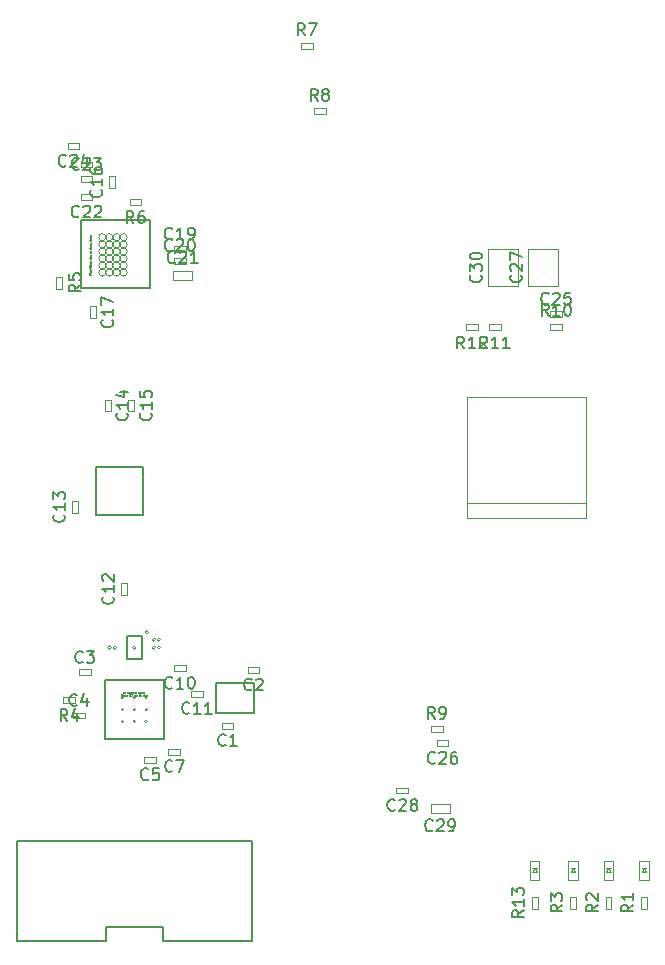
<source format=gbr>
G04 #@! TF.FileFunction,Other,Fab,Top*
%FSLAX46Y46*%
G04 Gerber Fmt 4.6, Leading zero omitted, Abs format (unit mm)*
G04 Created by KiCad (PCBNEW 4.0.6-e0-6349~53~ubuntu16.04.1) date Sat Jun 10 14:22:55 2017*
%MOMM*%
%LPD*%
G01*
G04 APERTURE LIST*
%ADD10C,0.100000*%
%ADD11C,0.010000*%
%ADD12C,0.200000*%
%ADD13C,0.150000*%
%ADD14C,0.015000*%
G04 APERTURE END LIST*
D10*
D11*
X139500000Y-127750000D02*
G75*
G03X139500000Y-127750000I-100000J0D01*
G01*
X140500000Y-127750000D02*
G75*
G03X140500000Y-127750000I-100000J0D01*
G01*
X141500000Y-127750000D02*
G75*
G03X141500000Y-127750000I-100000J0D01*
G01*
X141500000Y-129750000D02*
G75*
G03X141500000Y-129750000I-100000J0D01*
G01*
X140500000Y-129750000D02*
G75*
G03X140500000Y-129750000I-100000J0D01*
G01*
X139500000Y-129750000D02*
G75*
G03X139500000Y-129750000I-100000J0D01*
G01*
X139500000Y-128750000D02*
G75*
G03X139500000Y-128750000I-100000J0D01*
G01*
X140500000Y-128750000D02*
G75*
G03X140500000Y-128750000I-100000J0D01*
G01*
X141500000Y-128750000D02*
G75*
G03X141500000Y-128750000I-100000J0D01*
G01*
D12*
X142900000Y-131250000D02*
X137900000Y-131250000D01*
X137900000Y-131250000D02*
X137900000Y-126250000D01*
X137900000Y-126250000D02*
X142900000Y-126250000D01*
X142900000Y-126250000D02*
X142900000Y-131250000D01*
D10*
X139750000Y-119050000D02*
X139250000Y-119050000D01*
X139750000Y-118050000D02*
X139750000Y-119050000D01*
X139250000Y-118050000D02*
X139750000Y-118050000D01*
X139250000Y-119050000D02*
X139250000Y-118050000D01*
X148800000Y-129850000D02*
X148800000Y-130350000D01*
X147800000Y-129850000D02*
X148800000Y-129850000D01*
X147800000Y-130350000D02*
X147800000Y-129850000D01*
X148800000Y-130350000D02*
X147800000Y-130350000D01*
X151000000Y-125150000D02*
X151000000Y-125650000D01*
X150000000Y-125150000D02*
X151000000Y-125150000D01*
X150000000Y-125650000D02*
X150000000Y-125150000D01*
X151000000Y-125650000D02*
X150000000Y-125650000D01*
X135700000Y-125850000D02*
X135700000Y-125350000D01*
X136700000Y-125850000D02*
X135700000Y-125850000D01*
X136700000Y-125350000D02*
X136700000Y-125850000D01*
X135700000Y-125350000D02*
X136700000Y-125350000D01*
X135200000Y-129500000D02*
X135200000Y-129000000D01*
X136200000Y-129500000D02*
X135200000Y-129500000D01*
X136200000Y-129000000D02*
X136200000Y-129500000D01*
X135200000Y-129000000D02*
X136200000Y-129000000D01*
X142250000Y-132750000D02*
X142250000Y-133250000D01*
X141250000Y-132750000D02*
X142250000Y-132750000D01*
X141250000Y-133250000D02*
X141250000Y-132750000D01*
X142250000Y-133250000D02*
X141250000Y-133250000D01*
X144300000Y-132050000D02*
X144300000Y-132550000D01*
X143300000Y-132050000D02*
X144300000Y-132050000D01*
X143300000Y-132550000D02*
X143300000Y-132050000D01*
X144300000Y-132550000D02*
X143300000Y-132550000D01*
X144750000Y-125000000D02*
X144750000Y-125500000D01*
X143750000Y-125000000D02*
X144750000Y-125000000D01*
X143750000Y-125500000D02*
X143750000Y-125000000D01*
X144750000Y-125500000D02*
X143750000Y-125500000D01*
X146200000Y-127150000D02*
X146200000Y-127650000D01*
X145200000Y-127150000D02*
X146200000Y-127150000D01*
X145200000Y-127650000D02*
X145200000Y-127150000D01*
X146200000Y-127650000D02*
X145200000Y-127650000D01*
X135600000Y-112100000D02*
X135100000Y-112100000D01*
X135600000Y-111100000D02*
X135600000Y-112100000D01*
X135100000Y-111100000D02*
X135600000Y-111100000D01*
X135100000Y-112100000D02*
X135100000Y-111100000D01*
X137900000Y-102500000D02*
X138400000Y-102500000D01*
X137900000Y-103500000D02*
X137900000Y-102500000D01*
X138400000Y-103500000D02*
X137900000Y-103500000D01*
X138400000Y-102500000D02*
X138400000Y-103500000D01*
X139900000Y-102500000D02*
X140400000Y-102500000D01*
X139900000Y-103500000D02*
X139900000Y-102500000D01*
X140400000Y-103500000D02*
X139900000Y-103500000D01*
X140400000Y-102500000D02*
X140400000Y-103500000D01*
X138750000Y-84600000D02*
X138250000Y-84600000D01*
X138750000Y-83600000D02*
X138750000Y-84600000D01*
X138250000Y-83600000D02*
X138750000Y-83600000D01*
X138250000Y-84600000D02*
X138250000Y-83600000D01*
X136650000Y-94600000D02*
X137150000Y-94600000D01*
X136650000Y-95600000D02*
X136650000Y-94600000D01*
X137150000Y-95600000D02*
X136650000Y-95600000D01*
X137150000Y-94600000D02*
X137150000Y-95600000D01*
X143750000Y-90000000D02*
X143750000Y-89500000D01*
X144750000Y-90000000D02*
X143750000Y-90000000D01*
X144750000Y-89500000D02*
X144750000Y-90000000D01*
X143750000Y-89500000D02*
X144750000Y-89500000D01*
X143750000Y-91000000D02*
X143750000Y-90500000D01*
X144750000Y-91000000D02*
X143750000Y-91000000D01*
X144750000Y-90500000D02*
X144750000Y-91000000D01*
X143750000Y-90500000D02*
X144750000Y-90500000D01*
X136850000Y-85100000D02*
X136850000Y-85600000D01*
X135850000Y-85100000D02*
X136850000Y-85100000D01*
X135850000Y-85600000D02*
X135850000Y-85100000D01*
X136850000Y-85600000D02*
X135850000Y-85600000D01*
X135850000Y-84100000D02*
X135850000Y-83600000D01*
X136850000Y-84100000D02*
X135850000Y-84100000D01*
X136850000Y-83600000D02*
X136850000Y-84100000D01*
X135850000Y-83600000D02*
X136850000Y-83600000D01*
X135750000Y-80800000D02*
X135750000Y-81300000D01*
X134750000Y-80800000D02*
X135750000Y-80800000D01*
X134750000Y-81300000D02*
X134750000Y-80800000D01*
X135750000Y-81300000D02*
X134750000Y-81300000D01*
X175616726Y-95521568D02*
X175616726Y-95021568D01*
X176616726Y-95521568D02*
X175616726Y-95521568D01*
X176616726Y-95021568D02*
X176616726Y-95521568D01*
X175616726Y-95021568D02*
X176616726Y-95021568D01*
X167000000Y-131350000D02*
X167000000Y-131850000D01*
X166000000Y-131350000D02*
X167000000Y-131350000D01*
X166000000Y-131850000D02*
X166000000Y-131350000D01*
X167000000Y-131850000D02*
X166000000Y-131850000D01*
X163600000Y-135350000D02*
X163600000Y-135850000D01*
X162600000Y-135350000D02*
X163600000Y-135350000D01*
X162600000Y-135850000D02*
X162600000Y-135350000D01*
X163600000Y-135850000D02*
X162600000Y-135850000D01*
X183750000Y-142150000D02*
X183350000Y-142150000D01*
X183550000Y-142200000D02*
X183750000Y-142500000D01*
X183350000Y-142500000D02*
X183550000Y-142200000D01*
X183750000Y-142500000D02*
X183350000Y-142500000D01*
X183150000Y-143150000D02*
X183150000Y-141550000D01*
X183950000Y-143150000D02*
X183150000Y-143150000D01*
X183950000Y-141550000D02*
X183950000Y-143150000D01*
X183150000Y-141550000D02*
X183950000Y-141550000D01*
X180750000Y-142150000D02*
X180350000Y-142150000D01*
X180550000Y-142200000D02*
X180750000Y-142500000D01*
X180350000Y-142500000D02*
X180550000Y-142200000D01*
X180750000Y-142500000D02*
X180350000Y-142500000D01*
X180150000Y-143150000D02*
X180150000Y-141550000D01*
X180950000Y-143150000D02*
X180150000Y-143150000D01*
X180950000Y-141550000D02*
X180950000Y-143150000D01*
X180150000Y-141550000D02*
X180950000Y-141550000D01*
X177750000Y-142150000D02*
X177350000Y-142150000D01*
X177550000Y-142200000D02*
X177750000Y-142500000D01*
X177350000Y-142500000D02*
X177550000Y-142200000D01*
X177750000Y-142500000D02*
X177350000Y-142500000D01*
X177150000Y-143150000D02*
X177150000Y-141550000D01*
X177950000Y-143150000D02*
X177150000Y-143150000D01*
X177950000Y-141550000D02*
X177950000Y-143150000D01*
X177150000Y-141550000D02*
X177950000Y-141550000D01*
X135850000Y-82850000D02*
X135850000Y-82350000D01*
X136850000Y-82850000D02*
X135850000Y-82850000D01*
X136850000Y-82350000D02*
X136850000Y-82850000D01*
X135850000Y-82350000D02*
X136850000Y-82350000D01*
X183800000Y-145600000D02*
X183300000Y-145600000D01*
X183800000Y-144600000D02*
X183800000Y-145600000D01*
X183300000Y-144600000D02*
X183800000Y-144600000D01*
X183300000Y-145600000D02*
X183300000Y-144600000D01*
X180800000Y-145600000D02*
X180300000Y-145600000D01*
X180800000Y-144600000D02*
X180800000Y-145600000D01*
X180300000Y-144600000D02*
X180800000Y-144600000D01*
X180300000Y-145600000D02*
X180300000Y-144600000D01*
X177800000Y-145600000D02*
X177300000Y-145600000D01*
X177800000Y-144600000D02*
X177800000Y-145600000D01*
X177300000Y-144600000D02*
X177800000Y-144600000D01*
X177300000Y-145600000D02*
X177300000Y-144600000D01*
X135400000Y-127650000D02*
X135400000Y-128150000D01*
X134400000Y-127650000D02*
X135400000Y-127650000D01*
X134400000Y-128150000D02*
X134400000Y-127650000D01*
X135400000Y-128150000D02*
X134400000Y-128150000D01*
X133800000Y-92100000D02*
X134300000Y-92100000D01*
X133800000Y-93100000D02*
X133800000Y-92100000D01*
X134300000Y-93100000D02*
X133800000Y-93100000D01*
X134300000Y-92100000D02*
X134300000Y-93100000D01*
X141000000Y-85500000D02*
X141000000Y-86000000D01*
X140000000Y-85500000D02*
X141000000Y-85500000D01*
X140000000Y-86000000D02*
X140000000Y-85500000D01*
X141000000Y-86000000D02*
X140000000Y-86000000D01*
X154500000Y-72800000D02*
X154500000Y-72300000D01*
X155500000Y-72800000D02*
X154500000Y-72800000D01*
X155500000Y-72300000D02*
X155500000Y-72800000D01*
X154500000Y-72300000D02*
X155500000Y-72300000D01*
X155600000Y-78350000D02*
X155600000Y-77850000D01*
X156600000Y-78350000D02*
X155600000Y-78350000D01*
X156600000Y-77850000D02*
X156600000Y-78350000D01*
X155600000Y-77850000D02*
X156600000Y-77850000D01*
X165500000Y-130650000D02*
X165500000Y-130150000D01*
X166500000Y-130650000D02*
X165500000Y-130650000D01*
X166500000Y-130150000D02*
X166500000Y-130650000D01*
X165500000Y-130150000D02*
X166500000Y-130150000D01*
X175616726Y-96571568D02*
X175616726Y-96071568D01*
X176616726Y-96571568D02*
X175616726Y-96571568D01*
X176616726Y-96071568D02*
X176616726Y-96571568D01*
X175616726Y-96071568D02*
X176616726Y-96071568D01*
X171416726Y-96121568D02*
X171416726Y-96621568D01*
X170416726Y-96121568D02*
X171416726Y-96121568D01*
X170416726Y-96621568D02*
X170416726Y-96121568D01*
X171416726Y-96621568D02*
X170416726Y-96621568D01*
X169466726Y-96121568D02*
X169466726Y-96621568D01*
X168466726Y-96121568D02*
X169466726Y-96121568D01*
X168466726Y-96621568D02*
X168466726Y-96121568D01*
X169466726Y-96621568D02*
X168466726Y-96621568D01*
D11*
X141625000Y-122200000D02*
G75*
G03X141625000Y-122200000I-150000J0D01*
G01*
X138450000Y-123500000D02*
G75*
G03X138450000Y-123500000I-150000J0D01*
G01*
X138900000Y-123500000D02*
G75*
G03X138900000Y-123500000I-150000J0D01*
G01*
X142625000Y-122850000D02*
G75*
G03X142625000Y-122850000I-150000J0D01*
G01*
X142200000Y-122850000D02*
G75*
G03X142200000Y-122850000I-150000J0D01*
G01*
X142650000Y-123500000D02*
G75*
G03X142650000Y-123500000I-150000J0D01*
G01*
X142200000Y-123500000D02*
G75*
G03X142200000Y-123500000I-150000J0D01*
G01*
X140550000Y-123500000D02*
G75*
G03X140550000Y-123500000I-150000J0D01*
G01*
D12*
X139775000Y-124500000D02*
X139775000Y-122500000D01*
X139775000Y-122500000D02*
X141025000Y-122500000D01*
X141025000Y-122500000D02*
X141025000Y-124500000D01*
X141025000Y-124500000D02*
X139775000Y-124500000D01*
X137150000Y-112250000D02*
X137150000Y-108250000D01*
X137150000Y-108250000D02*
X141150000Y-108250000D01*
X141150000Y-108250000D02*
X141150000Y-112250000D01*
X141150000Y-112250000D02*
X137150000Y-112250000D01*
D11*
X138000000Y-91750000D02*
G75*
G03X138000000Y-91750000I-300000J0D01*
G01*
X138000000Y-91150000D02*
G75*
G03X138000000Y-91150000I-300000J0D01*
G01*
X138000000Y-90550000D02*
G75*
G03X138000000Y-90550000I-300000J0D01*
G01*
X138000000Y-89950000D02*
G75*
G03X138000000Y-89950000I-300000J0D01*
G01*
X138000000Y-89350000D02*
G75*
G03X138000000Y-89350000I-300000J0D01*
G01*
X138000000Y-88750000D02*
G75*
G03X138000000Y-88750000I-300000J0D01*
G01*
X139800000Y-91750000D02*
G75*
G03X139800000Y-91750000I-300000J0D01*
G01*
X139200000Y-91750000D02*
G75*
G03X139200000Y-91750000I-300000J0D01*
G01*
X138600000Y-91750000D02*
G75*
G03X138600000Y-91750000I-300000J0D01*
G01*
X138600000Y-91150000D02*
G75*
G03X138600000Y-91150000I-300000J0D01*
G01*
X139200000Y-91150000D02*
G75*
G03X139200000Y-91150000I-300000J0D01*
G01*
X139200000Y-89950000D02*
G75*
G03X139200000Y-89950000I-300000J0D01*
G01*
X138600000Y-89950000D02*
G75*
G03X138600000Y-89950000I-300000J0D01*
G01*
X139200000Y-90550000D02*
G75*
G03X139200000Y-90550000I-300000J0D01*
G01*
X139800000Y-90550000D02*
G75*
G03X139800000Y-90550000I-300000J0D01*
G01*
X139200000Y-89350000D02*
G75*
G03X139200000Y-89350000I-300000J0D01*
G01*
X138600000Y-89350000D02*
G75*
G03X138600000Y-89350000I-300000J0D01*
G01*
X138600000Y-90550000D02*
G75*
G03X138600000Y-90550000I-300000J0D01*
G01*
X139800000Y-91150000D02*
G75*
G03X139800000Y-91150000I-300000J0D01*
G01*
X138600000Y-88750000D02*
G75*
G03X138600000Y-88750000I-300000J0D01*
G01*
X139200000Y-88750000D02*
G75*
G03X139200000Y-88750000I-300000J0D01*
G01*
X139800000Y-89950000D02*
G75*
G03X139800000Y-89950000I-300000J0D01*
G01*
X139800000Y-89350000D02*
G75*
G03X139800000Y-89350000I-300000J0D01*
G01*
X139800000Y-88750000D02*
G75*
G03X139800000Y-88750000I-300000J0D01*
G01*
D13*
X141734500Y-87265500D02*
X141734500Y-93044000D01*
X141734500Y-93044000D02*
X141544000Y-93044000D01*
X141734500Y-87265500D02*
X135892500Y-87265500D01*
X135892500Y-87265500D02*
X135892500Y-93044000D01*
X135892500Y-93044000D02*
X141607500Y-93044000D01*
D10*
X168609726Y-111297568D02*
X168609726Y-112497568D01*
X168609726Y-112497568D02*
X178609726Y-112497568D01*
X178609726Y-112497568D02*
X178609726Y-111297568D01*
X178609726Y-102297568D02*
X168609726Y-102297568D01*
X168609726Y-102297568D02*
X168609726Y-111297568D01*
X168609726Y-111297568D02*
X178609726Y-111297568D01*
X178609726Y-111297568D02*
X178609726Y-102297568D01*
D12*
X150500000Y-129000000D02*
X150500000Y-126500000D01*
X150500000Y-126500000D02*
X147300000Y-126500000D01*
X147300000Y-126500000D02*
X147300000Y-129000000D01*
X147300000Y-129000000D02*
X150500000Y-129000000D01*
D13*
X130450000Y-139850000D02*
X150350000Y-139850000D01*
X150350000Y-139850000D02*
X150350000Y-148350000D01*
X150350000Y-148350000D02*
X142800000Y-148350000D01*
X142800000Y-148350000D02*
X142800000Y-147125000D01*
X142800000Y-147125000D02*
X138000000Y-147125000D01*
X138000000Y-147125000D02*
X138000000Y-148350000D01*
X137987000Y-148350000D02*
X130450000Y-148350000D01*
X130450000Y-148350000D02*
X130450000Y-139850000D01*
D10*
X143700000Y-92400000D02*
X143700000Y-91600000D01*
X145300000Y-92400000D02*
X143700000Y-92400000D01*
X145300000Y-91600000D02*
X145300000Y-92400000D01*
X143700000Y-91600000D02*
X145300000Y-91600000D01*
X176266726Y-92921568D02*
X173766726Y-92921568D01*
X176266726Y-89721568D02*
X176266726Y-92921568D01*
X173766726Y-89721568D02*
X176266726Y-89721568D01*
X173766726Y-92921568D02*
X173766726Y-89721568D01*
X167100000Y-136700000D02*
X167100000Y-137500000D01*
X165500000Y-136700000D02*
X167100000Y-136700000D01*
X165500000Y-137500000D02*
X165500000Y-136700000D01*
X167100000Y-137500000D02*
X165500000Y-137500000D01*
X172866726Y-92921568D02*
X170366726Y-92921568D01*
X172866726Y-89721568D02*
X172866726Y-92921568D01*
X170366726Y-89721568D02*
X172866726Y-89721568D01*
X170366726Y-92921568D02*
X170366726Y-89721568D01*
X174500000Y-142150000D02*
X174100000Y-142150000D01*
X174300000Y-142200000D02*
X174500000Y-142500000D01*
X174100000Y-142500000D02*
X174300000Y-142200000D01*
X174500000Y-142500000D02*
X174100000Y-142500000D01*
X173900000Y-143150000D02*
X173900000Y-141550000D01*
X174700000Y-143150000D02*
X173900000Y-143150000D01*
X174700000Y-141550000D02*
X174700000Y-143150000D01*
X173900000Y-141550000D02*
X174700000Y-141550000D01*
X174550000Y-145600000D02*
X174050000Y-145600000D01*
X174550000Y-144600000D02*
X174550000Y-145600000D01*
X174050000Y-144600000D02*
X174550000Y-144600000D01*
X174050000Y-145600000D02*
X174050000Y-144600000D01*
D14*
X139518452Y-127357452D02*
X139518452Y-127290929D01*
X139512404Y-127278833D01*
X139500309Y-127272786D01*
X139476118Y-127272786D01*
X139464023Y-127278833D01*
X139518452Y-127351405D02*
X139506356Y-127357452D01*
X139476118Y-127357452D01*
X139464023Y-127351405D01*
X139457975Y-127339310D01*
X139457975Y-127327214D01*
X139464023Y-127315119D01*
X139476118Y-127309071D01*
X139506356Y-127309071D01*
X139518452Y-127303024D01*
X139560785Y-127272786D02*
X139609166Y-127272786D01*
X139578928Y-127230452D02*
X139578928Y-127339310D01*
X139584976Y-127351405D01*
X139597071Y-127357452D01*
X139609166Y-127357452D01*
X139766404Y-127357452D02*
X139754309Y-127351405D01*
X139748261Y-127339310D01*
X139748261Y-127230452D01*
X139832928Y-127357452D02*
X139820833Y-127351405D01*
X139814785Y-127345357D01*
X139808737Y-127333262D01*
X139808737Y-127296976D01*
X139814785Y-127284881D01*
X139820833Y-127278833D01*
X139832928Y-127272786D01*
X139851071Y-127272786D01*
X139863166Y-127278833D01*
X139869214Y-127284881D01*
X139875261Y-127296976D01*
X139875261Y-127333262D01*
X139869214Y-127345357D01*
X139863166Y-127351405D01*
X139851071Y-127357452D01*
X139832928Y-127357452D01*
X139984119Y-127351405D02*
X139972023Y-127357452D01*
X139947833Y-127357452D01*
X139935738Y-127351405D01*
X139929690Y-127345357D01*
X139923642Y-127333262D01*
X139923642Y-127296976D01*
X139929690Y-127284881D01*
X139935738Y-127278833D01*
X139947833Y-127272786D01*
X139972023Y-127272786D01*
X139984119Y-127278833D01*
X140092976Y-127357452D02*
X140092976Y-127290929D01*
X140086928Y-127278833D01*
X140074833Y-127272786D01*
X140050642Y-127272786D01*
X140038547Y-127278833D01*
X140092976Y-127351405D02*
X140080880Y-127357452D01*
X140050642Y-127357452D01*
X140038547Y-127351405D01*
X140032499Y-127339310D01*
X140032499Y-127327214D01*
X140038547Y-127315119D01*
X140050642Y-127309071D01*
X140080880Y-127309071D01*
X140092976Y-127303024D01*
X140135309Y-127272786D02*
X140183690Y-127272786D01*
X140153452Y-127230452D02*
X140153452Y-127339310D01*
X140159500Y-127351405D01*
X140171595Y-127357452D01*
X140183690Y-127357452D01*
X140226023Y-127357452D02*
X140226023Y-127272786D01*
X140226023Y-127230452D02*
X140219975Y-127236500D01*
X140226023Y-127242548D01*
X140232071Y-127236500D01*
X140226023Y-127230452D01*
X140226023Y-127242548D01*
X140304642Y-127357452D02*
X140292547Y-127351405D01*
X140286499Y-127345357D01*
X140280451Y-127333262D01*
X140280451Y-127296976D01*
X140286499Y-127284881D01*
X140292547Y-127278833D01*
X140304642Y-127272786D01*
X140322785Y-127272786D01*
X140334880Y-127278833D01*
X140340928Y-127284881D01*
X140346975Y-127296976D01*
X140346975Y-127333262D01*
X140340928Y-127345357D01*
X140334880Y-127351405D01*
X140322785Y-127357452D01*
X140304642Y-127357452D01*
X140401404Y-127272786D02*
X140401404Y-127357452D01*
X140401404Y-127284881D02*
X140407452Y-127278833D01*
X140419547Y-127272786D01*
X140437690Y-127272786D01*
X140449785Y-127278833D01*
X140455833Y-127290929D01*
X140455833Y-127357452D01*
X140510261Y-127351405D02*
X140522357Y-127357452D01*
X140546547Y-127357452D01*
X140558642Y-127351405D01*
X140564690Y-127339310D01*
X140564690Y-127333262D01*
X140558642Y-127321167D01*
X140546547Y-127315119D01*
X140528404Y-127315119D01*
X140516309Y-127309071D01*
X140510261Y-127296976D01*
X140510261Y-127290929D01*
X140516309Y-127278833D01*
X140528404Y-127272786D01*
X140546547Y-127272786D01*
X140558642Y-127278833D01*
X140709833Y-127351405D02*
X140721929Y-127357452D01*
X140746119Y-127357452D01*
X140758214Y-127351405D01*
X140764262Y-127339310D01*
X140764262Y-127333262D01*
X140758214Y-127321167D01*
X140746119Y-127315119D01*
X140727976Y-127315119D01*
X140715881Y-127309071D01*
X140709833Y-127296976D01*
X140709833Y-127290929D01*
X140715881Y-127278833D01*
X140727976Y-127272786D01*
X140746119Y-127272786D01*
X140758214Y-127278833D01*
X140818691Y-127357452D02*
X140818691Y-127230452D01*
X140873120Y-127357452D02*
X140873120Y-127290929D01*
X140867072Y-127278833D01*
X140854977Y-127272786D01*
X140836834Y-127272786D01*
X140824739Y-127278833D01*
X140818691Y-127284881D01*
X140951739Y-127357452D02*
X140939644Y-127351405D01*
X140933596Y-127345357D01*
X140927548Y-127333262D01*
X140927548Y-127296976D01*
X140933596Y-127284881D01*
X140939644Y-127278833D01*
X140951739Y-127272786D01*
X140969882Y-127272786D01*
X140981977Y-127278833D01*
X140988025Y-127284881D01*
X140994072Y-127296976D01*
X140994072Y-127333262D01*
X140988025Y-127345357D01*
X140981977Y-127351405D01*
X140969882Y-127357452D01*
X140951739Y-127357452D01*
X141036406Y-127272786D02*
X141060596Y-127357452D01*
X141084787Y-127296976D01*
X141108977Y-127357452D01*
X141133168Y-127272786D01*
X141181549Y-127272786D02*
X141181549Y-127357452D01*
X141181549Y-127284881D02*
X141187597Y-127278833D01*
X141199692Y-127272786D01*
X141217835Y-127272786D01*
X141229930Y-127278833D01*
X141235978Y-127290929D01*
X141235978Y-127357452D01*
X139320500Y-127557452D02*
X139320500Y-127430452D01*
X139368881Y-127430452D01*
X139380976Y-127436500D01*
X139387024Y-127442548D01*
X139393072Y-127454643D01*
X139393072Y-127472786D01*
X139387024Y-127484881D01*
X139380976Y-127490929D01*
X139368881Y-127496976D01*
X139320500Y-127496976D01*
X139465643Y-127557452D02*
X139453548Y-127551405D01*
X139447500Y-127539310D01*
X139447500Y-127430452D01*
X139568453Y-127557452D02*
X139568453Y-127490929D01*
X139562405Y-127478833D01*
X139550310Y-127472786D01*
X139526119Y-127472786D01*
X139514024Y-127478833D01*
X139568453Y-127551405D02*
X139556357Y-127557452D01*
X139526119Y-127557452D01*
X139514024Y-127551405D01*
X139507976Y-127539310D01*
X139507976Y-127527214D01*
X139514024Y-127515119D01*
X139526119Y-127509071D01*
X139556357Y-127509071D01*
X139568453Y-127503024D01*
X139683358Y-127551405D02*
X139671262Y-127557452D01*
X139647072Y-127557452D01*
X139634977Y-127551405D01*
X139628929Y-127545357D01*
X139622881Y-127533262D01*
X139622881Y-127496976D01*
X139628929Y-127484881D01*
X139634977Y-127478833D01*
X139647072Y-127472786D01*
X139671262Y-127472786D01*
X139683358Y-127478833D01*
X139786167Y-127551405D02*
X139774072Y-127557452D01*
X139749881Y-127557452D01*
X139737786Y-127551405D01*
X139731738Y-127539310D01*
X139731738Y-127490929D01*
X139737786Y-127478833D01*
X139749881Y-127472786D01*
X139774072Y-127472786D01*
X139786167Y-127478833D01*
X139792215Y-127490929D01*
X139792215Y-127503024D01*
X139731738Y-127515119D01*
X139967596Y-127430452D02*
X139979691Y-127430452D01*
X139991786Y-127436500D01*
X139997834Y-127442548D01*
X140003881Y-127454643D01*
X140009929Y-127478833D01*
X140009929Y-127509071D01*
X140003881Y-127533262D01*
X139997834Y-127545357D01*
X139991786Y-127551405D01*
X139979691Y-127557452D01*
X139967596Y-127557452D01*
X139955500Y-127551405D01*
X139949453Y-127545357D01*
X139943405Y-127533262D01*
X139937357Y-127509071D01*
X139937357Y-127478833D01*
X139943405Y-127454643D01*
X139949453Y-127442548D01*
X139955500Y-127436500D01*
X139967596Y-127430452D01*
X140064357Y-127545357D02*
X140070405Y-127551405D01*
X140064357Y-127557452D01*
X140058309Y-127551405D01*
X140064357Y-127545357D01*
X140064357Y-127557452D01*
X140118785Y-127442548D02*
X140124833Y-127436500D01*
X140136928Y-127430452D01*
X140167166Y-127430452D01*
X140179262Y-127436500D01*
X140185309Y-127442548D01*
X140191357Y-127454643D01*
X140191357Y-127466738D01*
X140185309Y-127484881D01*
X140112738Y-127557452D01*
X140191357Y-127557452D01*
X140342547Y-127557452D02*
X140342547Y-127472786D01*
X140342547Y-127484881D02*
X140348595Y-127478833D01*
X140360690Y-127472786D01*
X140378833Y-127472786D01*
X140390928Y-127478833D01*
X140396976Y-127490929D01*
X140396976Y-127557452D01*
X140396976Y-127490929D02*
X140403023Y-127478833D01*
X140415119Y-127472786D01*
X140433261Y-127472786D01*
X140445357Y-127478833D01*
X140451404Y-127490929D01*
X140451404Y-127557452D01*
X140511880Y-127557452D02*
X140511880Y-127472786D01*
X140511880Y-127484881D02*
X140517928Y-127478833D01*
X140530023Y-127472786D01*
X140548166Y-127472786D01*
X140560261Y-127478833D01*
X140566309Y-127490929D01*
X140566309Y-127557452D01*
X140566309Y-127490929D02*
X140572356Y-127478833D01*
X140584452Y-127472786D01*
X140602594Y-127472786D01*
X140614690Y-127478833D01*
X140620737Y-127490929D01*
X140620737Y-127557452D01*
X140832404Y-127557452D02*
X140832404Y-127430452D01*
X140832404Y-127551405D02*
X140820308Y-127557452D01*
X140796118Y-127557452D01*
X140784023Y-127551405D01*
X140777975Y-127545357D01*
X140771927Y-127533262D01*
X140771927Y-127496976D01*
X140777975Y-127484881D01*
X140784023Y-127478833D01*
X140796118Y-127472786D01*
X140820308Y-127472786D01*
X140832404Y-127478833D01*
X140892880Y-127557452D02*
X140892880Y-127472786D01*
X140892880Y-127430452D02*
X140886832Y-127436500D01*
X140892880Y-127442548D01*
X140898928Y-127436500D01*
X140892880Y-127430452D01*
X140892880Y-127442548D01*
X141007785Y-127557452D02*
X141007785Y-127490929D01*
X141001737Y-127478833D01*
X140989642Y-127472786D01*
X140965451Y-127472786D01*
X140953356Y-127478833D01*
X141007785Y-127551405D02*
X140995689Y-127557452D01*
X140965451Y-127557452D01*
X140953356Y-127551405D01*
X140947308Y-127539310D01*
X140947308Y-127527214D01*
X140953356Y-127515119D01*
X140965451Y-127509071D01*
X140995689Y-127509071D01*
X141007785Y-127503024D01*
X141152928Y-127472786D02*
X141183166Y-127557452D01*
X141213404Y-127472786D01*
X141261785Y-127557452D02*
X141261785Y-127472786D01*
X141261785Y-127430452D02*
X141255737Y-127436500D01*
X141261785Y-127442548D01*
X141267833Y-127436500D01*
X141261785Y-127430452D01*
X141261785Y-127442548D01*
X141376690Y-127557452D02*
X141376690Y-127490929D01*
X141370642Y-127478833D01*
X141358547Y-127472786D01*
X141334356Y-127472786D01*
X141322261Y-127478833D01*
X141376690Y-127551405D02*
X141364594Y-127557452D01*
X141334356Y-127557452D01*
X141322261Y-127551405D01*
X141316213Y-127539310D01*
X141316213Y-127527214D01*
X141322261Y-127515119D01*
X141334356Y-127509071D01*
X141364594Y-127509071D01*
X141376690Y-127503024D01*
X141431118Y-127551405D02*
X141443214Y-127557452D01*
X141467404Y-127557452D01*
X141479499Y-127551405D01*
X141485547Y-127539310D01*
X141485547Y-127533262D01*
X141479499Y-127521167D01*
X141467404Y-127515119D01*
X141449261Y-127515119D01*
X141437166Y-127509071D01*
X141431118Y-127496976D01*
X141431118Y-127490929D01*
X141437166Y-127478833D01*
X141449261Y-127472786D01*
X141467404Y-127472786D01*
X141479499Y-127478833D01*
D13*
X138587143Y-119192857D02*
X138634762Y-119240476D01*
X138682381Y-119383333D01*
X138682381Y-119478571D01*
X138634762Y-119621429D01*
X138539524Y-119716667D01*
X138444286Y-119764286D01*
X138253810Y-119811905D01*
X138110952Y-119811905D01*
X137920476Y-119764286D01*
X137825238Y-119716667D01*
X137730000Y-119621429D01*
X137682381Y-119478571D01*
X137682381Y-119383333D01*
X137730000Y-119240476D01*
X137777619Y-119192857D01*
X138682381Y-118240476D02*
X138682381Y-118811905D01*
X138682381Y-118526191D02*
X137682381Y-118526191D01*
X137825238Y-118621429D01*
X137920476Y-118716667D01*
X137968095Y-118811905D01*
X137777619Y-117859524D02*
X137730000Y-117811905D01*
X137682381Y-117716667D01*
X137682381Y-117478571D01*
X137730000Y-117383333D01*
X137777619Y-117335714D01*
X137872857Y-117288095D01*
X137968095Y-117288095D01*
X138110952Y-117335714D01*
X138682381Y-117907143D01*
X138682381Y-117288095D01*
X148133334Y-131727143D02*
X148085715Y-131774762D01*
X147942858Y-131822381D01*
X147847620Y-131822381D01*
X147704762Y-131774762D01*
X147609524Y-131679524D01*
X147561905Y-131584286D01*
X147514286Y-131393810D01*
X147514286Y-131250952D01*
X147561905Y-131060476D01*
X147609524Y-130965238D01*
X147704762Y-130870000D01*
X147847620Y-130822381D01*
X147942858Y-130822381D01*
X148085715Y-130870000D01*
X148133334Y-130917619D01*
X149085715Y-131822381D02*
X148514286Y-131822381D01*
X148800000Y-131822381D02*
X148800000Y-130822381D01*
X148704762Y-130965238D01*
X148609524Y-131060476D01*
X148514286Y-131108095D01*
X150333334Y-127027143D02*
X150285715Y-127074762D01*
X150142858Y-127122381D01*
X150047620Y-127122381D01*
X149904762Y-127074762D01*
X149809524Y-126979524D01*
X149761905Y-126884286D01*
X149714286Y-126693810D01*
X149714286Y-126550952D01*
X149761905Y-126360476D01*
X149809524Y-126265238D01*
X149904762Y-126170000D01*
X150047620Y-126122381D01*
X150142858Y-126122381D01*
X150285715Y-126170000D01*
X150333334Y-126217619D01*
X150714286Y-126217619D02*
X150761905Y-126170000D01*
X150857143Y-126122381D01*
X151095239Y-126122381D01*
X151190477Y-126170000D01*
X151238096Y-126217619D01*
X151285715Y-126312857D01*
X151285715Y-126408095D01*
X151238096Y-126550952D01*
X150666667Y-127122381D01*
X151285715Y-127122381D01*
X136033334Y-124687143D02*
X135985715Y-124734762D01*
X135842858Y-124782381D01*
X135747620Y-124782381D01*
X135604762Y-124734762D01*
X135509524Y-124639524D01*
X135461905Y-124544286D01*
X135414286Y-124353810D01*
X135414286Y-124210952D01*
X135461905Y-124020476D01*
X135509524Y-123925238D01*
X135604762Y-123830000D01*
X135747620Y-123782381D01*
X135842858Y-123782381D01*
X135985715Y-123830000D01*
X136033334Y-123877619D01*
X136366667Y-123782381D02*
X136985715Y-123782381D01*
X136652381Y-124163333D01*
X136795239Y-124163333D01*
X136890477Y-124210952D01*
X136938096Y-124258571D01*
X136985715Y-124353810D01*
X136985715Y-124591905D01*
X136938096Y-124687143D01*
X136890477Y-124734762D01*
X136795239Y-124782381D01*
X136509524Y-124782381D01*
X136414286Y-124734762D01*
X136366667Y-124687143D01*
X135533334Y-128337143D02*
X135485715Y-128384762D01*
X135342858Y-128432381D01*
X135247620Y-128432381D01*
X135104762Y-128384762D01*
X135009524Y-128289524D01*
X134961905Y-128194286D01*
X134914286Y-128003810D01*
X134914286Y-127860952D01*
X134961905Y-127670476D01*
X135009524Y-127575238D01*
X135104762Y-127480000D01*
X135247620Y-127432381D01*
X135342858Y-127432381D01*
X135485715Y-127480000D01*
X135533334Y-127527619D01*
X136390477Y-127765714D02*
X136390477Y-128432381D01*
X136152381Y-127384762D02*
X135914286Y-128099048D01*
X136533334Y-128099048D01*
X141583334Y-134627143D02*
X141535715Y-134674762D01*
X141392858Y-134722381D01*
X141297620Y-134722381D01*
X141154762Y-134674762D01*
X141059524Y-134579524D01*
X141011905Y-134484286D01*
X140964286Y-134293810D01*
X140964286Y-134150952D01*
X141011905Y-133960476D01*
X141059524Y-133865238D01*
X141154762Y-133770000D01*
X141297620Y-133722381D01*
X141392858Y-133722381D01*
X141535715Y-133770000D01*
X141583334Y-133817619D01*
X142488096Y-133722381D02*
X142011905Y-133722381D01*
X141964286Y-134198571D01*
X142011905Y-134150952D01*
X142107143Y-134103333D01*
X142345239Y-134103333D01*
X142440477Y-134150952D01*
X142488096Y-134198571D01*
X142535715Y-134293810D01*
X142535715Y-134531905D01*
X142488096Y-134627143D01*
X142440477Y-134674762D01*
X142345239Y-134722381D01*
X142107143Y-134722381D01*
X142011905Y-134674762D01*
X141964286Y-134627143D01*
X143633334Y-133927143D02*
X143585715Y-133974762D01*
X143442858Y-134022381D01*
X143347620Y-134022381D01*
X143204762Y-133974762D01*
X143109524Y-133879524D01*
X143061905Y-133784286D01*
X143014286Y-133593810D01*
X143014286Y-133450952D01*
X143061905Y-133260476D01*
X143109524Y-133165238D01*
X143204762Y-133070000D01*
X143347620Y-133022381D01*
X143442858Y-133022381D01*
X143585715Y-133070000D01*
X143633334Y-133117619D01*
X143966667Y-133022381D02*
X144633334Y-133022381D01*
X144204762Y-134022381D01*
X143607143Y-126877143D02*
X143559524Y-126924762D01*
X143416667Y-126972381D01*
X143321429Y-126972381D01*
X143178571Y-126924762D01*
X143083333Y-126829524D01*
X143035714Y-126734286D01*
X142988095Y-126543810D01*
X142988095Y-126400952D01*
X143035714Y-126210476D01*
X143083333Y-126115238D01*
X143178571Y-126020000D01*
X143321429Y-125972381D01*
X143416667Y-125972381D01*
X143559524Y-126020000D01*
X143607143Y-126067619D01*
X144559524Y-126972381D02*
X143988095Y-126972381D01*
X144273809Y-126972381D02*
X144273809Y-125972381D01*
X144178571Y-126115238D01*
X144083333Y-126210476D01*
X143988095Y-126258095D01*
X145178571Y-125972381D02*
X145273810Y-125972381D01*
X145369048Y-126020000D01*
X145416667Y-126067619D01*
X145464286Y-126162857D01*
X145511905Y-126353333D01*
X145511905Y-126591429D01*
X145464286Y-126781905D01*
X145416667Y-126877143D01*
X145369048Y-126924762D01*
X145273810Y-126972381D01*
X145178571Y-126972381D01*
X145083333Y-126924762D01*
X145035714Y-126877143D01*
X144988095Y-126781905D01*
X144940476Y-126591429D01*
X144940476Y-126353333D01*
X144988095Y-126162857D01*
X145035714Y-126067619D01*
X145083333Y-126020000D01*
X145178571Y-125972381D01*
X145057143Y-129027143D02*
X145009524Y-129074762D01*
X144866667Y-129122381D01*
X144771429Y-129122381D01*
X144628571Y-129074762D01*
X144533333Y-128979524D01*
X144485714Y-128884286D01*
X144438095Y-128693810D01*
X144438095Y-128550952D01*
X144485714Y-128360476D01*
X144533333Y-128265238D01*
X144628571Y-128170000D01*
X144771429Y-128122381D01*
X144866667Y-128122381D01*
X145009524Y-128170000D01*
X145057143Y-128217619D01*
X146009524Y-129122381D02*
X145438095Y-129122381D01*
X145723809Y-129122381D02*
X145723809Y-128122381D01*
X145628571Y-128265238D01*
X145533333Y-128360476D01*
X145438095Y-128408095D01*
X146961905Y-129122381D02*
X146390476Y-129122381D01*
X146676190Y-129122381D02*
X146676190Y-128122381D01*
X146580952Y-128265238D01*
X146485714Y-128360476D01*
X146390476Y-128408095D01*
X134437143Y-112242857D02*
X134484762Y-112290476D01*
X134532381Y-112433333D01*
X134532381Y-112528571D01*
X134484762Y-112671429D01*
X134389524Y-112766667D01*
X134294286Y-112814286D01*
X134103810Y-112861905D01*
X133960952Y-112861905D01*
X133770476Y-112814286D01*
X133675238Y-112766667D01*
X133580000Y-112671429D01*
X133532381Y-112528571D01*
X133532381Y-112433333D01*
X133580000Y-112290476D01*
X133627619Y-112242857D01*
X134532381Y-111290476D02*
X134532381Y-111861905D01*
X134532381Y-111576191D02*
X133532381Y-111576191D01*
X133675238Y-111671429D01*
X133770476Y-111766667D01*
X133818095Y-111861905D01*
X133532381Y-110957143D02*
X133532381Y-110338095D01*
X133913333Y-110671429D01*
X133913333Y-110528571D01*
X133960952Y-110433333D01*
X134008571Y-110385714D01*
X134103810Y-110338095D01*
X134341905Y-110338095D01*
X134437143Y-110385714D01*
X134484762Y-110433333D01*
X134532381Y-110528571D01*
X134532381Y-110814286D01*
X134484762Y-110909524D01*
X134437143Y-110957143D01*
X139777143Y-103642857D02*
X139824762Y-103690476D01*
X139872381Y-103833333D01*
X139872381Y-103928571D01*
X139824762Y-104071429D01*
X139729524Y-104166667D01*
X139634286Y-104214286D01*
X139443810Y-104261905D01*
X139300952Y-104261905D01*
X139110476Y-104214286D01*
X139015238Y-104166667D01*
X138920000Y-104071429D01*
X138872381Y-103928571D01*
X138872381Y-103833333D01*
X138920000Y-103690476D01*
X138967619Y-103642857D01*
X139872381Y-102690476D02*
X139872381Y-103261905D01*
X139872381Y-102976191D02*
X138872381Y-102976191D01*
X139015238Y-103071429D01*
X139110476Y-103166667D01*
X139158095Y-103261905D01*
X139205714Y-101833333D02*
X139872381Y-101833333D01*
X138824762Y-102071429D02*
X139539048Y-102309524D01*
X139539048Y-101690476D01*
X141777143Y-103642857D02*
X141824762Y-103690476D01*
X141872381Y-103833333D01*
X141872381Y-103928571D01*
X141824762Y-104071429D01*
X141729524Y-104166667D01*
X141634286Y-104214286D01*
X141443810Y-104261905D01*
X141300952Y-104261905D01*
X141110476Y-104214286D01*
X141015238Y-104166667D01*
X140920000Y-104071429D01*
X140872381Y-103928571D01*
X140872381Y-103833333D01*
X140920000Y-103690476D01*
X140967619Y-103642857D01*
X141872381Y-102690476D02*
X141872381Y-103261905D01*
X141872381Y-102976191D02*
X140872381Y-102976191D01*
X141015238Y-103071429D01*
X141110476Y-103166667D01*
X141158095Y-103261905D01*
X140872381Y-101785714D02*
X140872381Y-102261905D01*
X141348571Y-102309524D01*
X141300952Y-102261905D01*
X141253333Y-102166667D01*
X141253333Y-101928571D01*
X141300952Y-101833333D01*
X141348571Y-101785714D01*
X141443810Y-101738095D01*
X141681905Y-101738095D01*
X141777143Y-101785714D01*
X141824762Y-101833333D01*
X141872381Y-101928571D01*
X141872381Y-102166667D01*
X141824762Y-102261905D01*
X141777143Y-102309524D01*
X137587143Y-84742857D02*
X137634762Y-84790476D01*
X137682381Y-84933333D01*
X137682381Y-85028571D01*
X137634762Y-85171429D01*
X137539524Y-85266667D01*
X137444286Y-85314286D01*
X137253810Y-85361905D01*
X137110952Y-85361905D01*
X136920476Y-85314286D01*
X136825238Y-85266667D01*
X136730000Y-85171429D01*
X136682381Y-85028571D01*
X136682381Y-84933333D01*
X136730000Y-84790476D01*
X136777619Y-84742857D01*
X137682381Y-83790476D02*
X137682381Y-84361905D01*
X137682381Y-84076191D02*
X136682381Y-84076191D01*
X136825238Y-84171429D01*
X136920476Y-84266667D01*
X136968095Y-84361905D01*
X136682381Y-82933333D02*
X136682381Y-83123810D01*
X136730000Y-83219048D01*
X136777619Y-83266667D01*
X136920476Y-83361905D01*
X137110952Y-83409524D01*
X137491905Y-83409524D01*
X137587143Y-83361905D01*
X137634762Y-83314286D01*
X137682381Y-83219048D01*
X137682381Y-83028571D01*
X137634762Y-82933333D01*
X137587143Y-82885714D01*
X137491905Y-82838095D01*
X137253810Y-82838095D01*
X137158571Y-82885714D01*
X137110952Y-82933333D01*
X137063333Y-83028571D01*
X137063333Y-83219048D01*
X137110952Y-83314286D01*
X137158571Y-83361905D01*
X137253810Y-83409524D01*
X138527143Y-95742857D02*
X138574762Y-95790476D01*
X138622381Y-95933333D01*
X138622381Y-96028571D01*
X138574762Y-96171429D01*
X138479524Y-96266667D01*
X138384286Y-96314286D01*
X138193810Y-96361905D01*
X138050952Y-96361905D01*
X137860476Y-96314286D01*
X137765238Y-96266667D01*
X137670000Y-96171429D01*
X137622381Y-96028571D01*
X137622381Y-95933333D01*
X137670000Y-95790476D01*
X137717619Y-95742857D01*
X138622381Y-94790476D02*
X138622381Y-95361905D01*
X138622381Y-95076191D02*
X137622381Y-95076191D01*
X137765238Y-95171429D01*
X137860476Y-95266667D01*
X137908095Y-95361905D01*
X137622381Y-94457143D02*
X137622381Y-93790476D01*
X138622381Y-94219048D01*
X143607143Y-88837143D02*
X143559524Y-88884762D01*
X143416667Y-88932381D01*
X143321429Y-88932381D01*
X143178571Y-88884762D01*
X143083333Y-88789524D01*
X143035714Y-88694286D01*
X142988095Y-88503810D01*
X142988095Y-88360952D01*
X143035714Y-88170476D01*
X143083333Y-88075238D01*
X143178571Y-87980000D01*
X143321429Y-87932381D01*
X143416667Y-87932381D01*
X143559524Y-87980000D01*
X143607143Y-88027619D01*
X144559524Y-88932381D02*
X143988095Y-88932381D01*
X144273809Y-88932381D02*
X144273809Y-87932381D01*
X144178571Y-88075238D01*
X144083333Y-88170476D01*
X143988095Y-88218095D01*
X145035714Y-88932381D02*
X145226190Y-88932381D01*
X145321429Y-88884762D01*
X145369048Y-88837143D01*
X145464286Y-88694286D01*
X145511905Y-88503810D01*
X145511905Y-88122857D01*
X145464286Y-88027619D01*
X145416667Y-87980000D01*
X145321429Y-87932381D01*
X145130952Y-87932381D01*
X145035714Y-87980000D01*
X144988095Y-88027619D01*
X144940476Y-88122857D01*
X144940476Y-88360952D01*
X144988095Y-88456190D01*
X145035714Y-88503810D01*
X145130952Y-88551429D01*
X145321429Y-88551429D01*
X145416667Y-88503810D01*
X145464286Y-88456190D01*
X145511905Y-88360952D01*
X143607143Y-89837143D02*
X143559524Y-89884762D01*
X143416667Y-89932381D01*
X143321429Y-89932381D01*
X143178571Y-89884762D01*
X143083333Y-89789524D01*
X143035714Y-89694286D01*
X142988095Y-89503810D01*
X142988095Y-89360952D01*
X143035714Y-89170476D01*
X143083333Y-89075238D01*
X143178571Y-88980000D01*
X143321429Y-88932381D01*
X143416667Y-88932381D01*
X143559524Y-88980000D01*
X143607143Y-89027619D01*
X143988095Y-89027619D02*
X144035714Y-88980000D01*
X144130952Y-88932381D01*
X144369048Y-88932381D01*
X144464286Y-88980000D01*
X144511905Y-89027619D01*
X144559524Y-89122857D01*
X144559524Y-89218095D01*
X144511905Y-89360952D01*
X143940476Y-89932381D01*
X144559524Y-89932381D01*
X145178571Y-88932381D02*
X145273810Y-88932381D01*
X145369048Y-88980000D01*
X145416667Y-89027619D01*
X145464286Y-89122857D01*
X145511905Y-89313333D01*
X145511905Y-89551429D01*
X145464286Y-89741905D01*
X145416667Y-89837143D01*
X145369048Y-89884762D01*
X145273810Y-89932381D01*
X145178571Y-89932381D01*
X145083333Y-89884762D01*
X145035714Y-89837143D01*
X144988095Y-89741905D01*
X144940476Y-89551429D01*
X144940476Y-89313333D01*
X144988095Y-89122857D01*
X145035714Y-89027619D01*
X145083333Y-88980000D01*
X145178571Y-88932381D01*
X135707143Y-86977143D02*
X135659524Y-87024762D01*
X135516667Y-87072381D01*
X135421429Y-87072381D01*
X135278571Y-87024762D01*
X135183333Y-86929524D01*
X135135714Y-86834286D01*
X135088095Y-86643810D01*
X135088095Y-86500952D01*
X135135714Y-86310476D01*
X135183333Y-86215238D01*
X135278571Y-86120000D01*
X135421429Y-86072381D01*
X135516667Y-86072381D01*
X135659524Y-86120000D01*
X135707143Y-86167619D01*
X136088095Y-86167619D02*
X136135714Y-86120000D01*
X136230952Y-86072381D01*
X136469048Y-86072381D01*
X136564286Y-86120000D01*
X136611905Y-86167619D01*
X136659524Y-86262857D01*
X136659524Y-86358095D01*
X136611905Y-86500952D01*
X136040476Y-87072381D01*
X136659524Y-87072381D01*
X137040476Y-86167619D02*
X137088095Y-86120000D01*
X137183333Y-86072381D01*
X137421429Y-86072381D01*
X137516667Y-86120000D01*
X137564286Y-86167619D01*
X137611905Y-86262857D01*
X137611905Y-86358095D01*
X137564286Y-86500952D01*
X136992857Y-87072381D01*
X137611905Y-87072381D01*
X135707143Y-82937143D02*
X135659524Y-82984762D01*
X135516667Y-83032381D01*
X135421429Y-83032381D01*
X135278571Y-82984762D01*
X135183333Y-82889524D01*
X135135714Y-82794286D01*
X135088095Y-82603810D01*
X135088095Y-82460952D01*
X135135714Y-82270476D01*
X135183333Y-82175238D01*
X135278571Y-82080000D01*
X135421429Y-82032381D01*
X135516667Y-82032381D01*
X135659524Y-82080000D01*
X135707143Y-82127619D01*
X136088095Y-82127619D02*
X136135714Y-82080000D01*
X136230952Y-82032381D01*
X136469048Y-82032381D01*
X136564286Y-82080000D01*
X136611905Y-82127619D01*
X136659524Y-82222857D01*
X136659524Y-82318095D01*
X136611905Y-82460952D01*
X136040476Y-83032381D01*
X136659524Y-83032381D01*
X136992857Y-82032381D02*
X137611905Y-82032381D01*
X137278571Y-82413333D01*
X137421429Y-82413333D01*
X137516667Y-82460952D01*
X137564286Y-82508571D01*
X137611905Y-82603810D01*
X137611905Y-82841905D01*
X137564286Y-82937143D01*
X137516667Y-82984762D01*
X137421429Y-83032381D01*
X137135714Y-83032381D01*
X137040476Y-82984762D01*
X136992857Y-82937143D01*
X134607143Y-82677143D02*
X134559524Y-82724762D01*
X134416667Y-82772381D01*
X134321429Y-82772381D01*
X134178571Y-82724762D01*
X134083333Y-82629524D01*
X134035714Y-82534286D01*
X133988095Y-82343810D01*
X133988095Y-82200952D01*
X134035714Y-82010476D01*
X134083333Y-81915238D01*
X134178571Y-81820000D01*
X134321429Y-81772381D01*
X134416667Y-81772381D01*
X134559524Y-81820000D01*
X134607143Y-81867619D01*
X134988095Y-81867619D02*
X135035714Y-81820000D01*
X135130952Y-81772381D01*
X135369048Y-81772381D01*
X135464286Y-81820000D01*
X135511905Y-81867619D01*
X135559524Y-81962857D01*
X135559524Y-82058095D01*
X135511905Y-82200952D01*
X134940476Y-82772381D01*
X135559524Y-82772381D01*
X136416667Y-82105714D02*
X136416667Y-82772381D01*
X136178571Y-81724762D02*
X135940476Y-82439048D01*
X136559524Y-82439048D01*
X175473869Y-94358711D02*
X175426250Y-94406330D01*
X175283393Y-94453949D01*
X175188155Y-94453949D01*
X175045297Y-94406330D01*
X174950059Y-94311092D01*
X174902440Y-94215854D01*
X174854821Y-94025378D01*
X174854821Y-93882520D01*
X174902440Y-93692044D01*
X174950059Y-93596806D01*
X175045297Y-93501568D01*
X175188155Y-93453949D01*
X175283393Y-93453949D01*
X175426250Y-93501568D01*
X175473869Y-93549187D01*
X175854821Y-93549187D02*
X175902440Y-93501568D01*
X175997678Y-93453949D01*
X176235774Y-93453949D01*
X176331012Y-93501568D01*
X176378631Y-93549187D01*
X176426250Y-93644425D01*
X176426250Y-93739663D01*
X176378631Y-93882520D01*
X175807202Y-94453949D01*
X176426250Y-94453949D01*
X177331012Y-93453949D02*
X176854821Y-93453949D01*
X176807202Y-93930139D01*
X176854821Y-93882520D01*
X176950059Y-93834901D01*
X177188155Y-93834901D01*
X177283393Y-93882520D01*
X177331012Y-93930139D01*
X177378631Y-94025378D01*
X177378631Y-94263473D01*
X177331012Y-94358711D01*
X177283393Y-94406330D01*
X177188155Y-94453949D01*
X176950059Y-94453949D01*
X176854821Y-94406330D01*
X176807202Y-94358711D01*
X165857143Y-133227143D02*
X165809524Y-133274762D01*
X165666667Y-133322381D01*
X165571429Y-133322381D01*
X165428571Y-133274762D01*
X165333333Y-133179524D01*
X165285714Y-133084286D01*
X165238095Y-132893810D01*
X165238095Y-132750952D01*
X165285714Y-132560476D01*
X165333333Y-132465238D01*
X165428571Y-132370000D01*
X165571429Y-132322381D01*
X165666667Y-132322381D01*
X165809524Y-132370000D01*
X165857143Y-132417619D01*
X166238095Y-132417619D02*
X166285714Y-132370000D01*
X166380952Y-132322381D01*
X166619048Y-132322381D01*
X166714286Y-132370000D01*
X166761905Y-132417619D01*
X166809524Y-132512857D01*
X166809524Y-132608095D01*
X166761905Y-132750952D01*
X166190476Y-133322381D01*
X166809524Y-133322381D01*
X167666667Y-132322381D02*
X167476190Y-132322381D01*
X167380952Y-132370000D01*
X167333333Y-132417619D01*
X167238095Y-132560476D01*
X167190476Y-132750952D01*
X167190476Y-133131905D01*
X167238095Y-133227143D01*
X167285714Y-133274762D01*
X167380952Y-133322381D01*
X167571429Y-133322381D01*
X167666667Y-133274762D01*
X167714286Y-133227143D01*
X167761905Y-133131905D01*
X167761905Y-132893810D01*
X167714286Y-132798571D01*
X167666667Y-132750952D01*
X167571429Y-132703333D01*
X167380952Y-132703333D01*
X167285714Y-132750952D01*
X167238095Y-132798571D01*
X167190476Y-132893810D01*
X162457143Y-137227143D02*
X162409524Y-137274762D01*
X162266667Y-137322381D01*
X162171429Y-137322381D01*
X162028571Y-137274762D01*
X161933333Y-137179524D01*
X161885714Y-137084286D01*
X161838095Y-136893810D01*
X161838095Y-136750952D01*
X161885714Y-136560476D01*
X161933333Y-136465238D01*
X162028571Y-136370000D01*
X162171429Y-136322381D01*
X162266667Y-136322381D01*
X162409524Y-136370000D01*
X162457143Y-136417619D01*
X162838095Y-136417619D02*
X162885714Y-136370000D01*
X162980952Y-136322381D01*
X163219048Y-136322381D01*
X163314286Y-136370000D01*
X163361905Y-136417619D01*
X163409524Y-136512857D01*
X163409524Y-136608095D01*
X163361905Y-136750952D01*
X162790476Y-137322381D01*
X163409524Y-137322381D01*
X163980952Y-136750952D02*
X163885714Y-136703333D01*
X163838095Y-136655714D01*
X163790476Y-136560476D01*
X163790476Y-136512857D01*
X163838095Y-136417619D01*
X163885714Y-136370000D01*
X163980952Y-136322381D01*
X164171429Y-136322381D01*
X164266667Y-136370000D01*
X164314286Y-136417619D01*
X164361905Y-136512857D01*
X164361905Y-136560476D01*
X164314286Y-136655714D01*
X164266667Y-136703333D01*
X164171429Y-136750952D01*
X163980952Y-136750952D01*
X163885714Y-136798571D01*
X163838095Y-136846190D01*
X163790476Y-136941429D01*
X163790476Y-137131905D01*
X163838095Y-137227143D01*
X163885714Y-137274762D01*
X163980952Y-137322381D01*
X164171429Y-137322381D01*
X164266667Y-137274762D01*
X164314286Y-137227143D01*
X164361905Y-137131905D01*
X164361905Y-136941429D01*
X164314286Y-136846190D01*
X164266667Y-136798571D01*
X164171429Y-136750952D01*
X182652381Y-145266666D02*
X182176190Y-145600000D01*
X182652381Y-145838095D02*
X181652381Y-145838095D01*
X181652381Y-145457142D01*
X181700000Y-145361904D01*
X181747619Y-145314285D01*
X181842857Y-145266666D01*
X181985714Y-145266666D01*
X182080952Y-145314285D01*
X182128571Y-145361904D01*
X182176190Y-145457142D01*
X182176190Y-145838095D01*
X182652381Y-144314285D02*
X182652381Y-144885714D01*
X182652381Y-144600000D02*
X181652381Y-144600000D01*
X181795238Y-144695238D01*
X181890476Y-144790476D01*
X181938095Y-144885714D01*
X179652381Y-145266666D02*
X179176190Y-145600000D01*
X179652381Y-145838095D02*
X178652381Y-145838095D01*
X178652381Y-145457142D01*
X178700000Y-145361904D01*
X178747619Y-145314285D01*
X178842857Y-145266666D01*
X178985714Y-145266666D01*
X179080952Y-145314285D01*
X179128571Y-145361904D01*
X179176190Y-145457142D01*
X179176190Y-145838095D01*
X178747619Y-144885714D02*
X178700000Y-144838095D01*
X178652381Y-144742857D01*
X178652381Y-144504761D01*
X178700000Y-144409523D01*
X178747619Y-144361904D01*
X178842857Y-144314285D01*
X178938095Y-144314285D01*
X179080952Y-144361904D01*
X179652381Y-144933333D01*
X179652381Y-144314285D01*
X176652381Y-145266666D02*
X176176190Y-145600000D01*
X176652381Y-145838095D02*
X175652381Y-145838095D01*
X175652381Y-145457142D01*
X175700000Y-145361904D01*
X175747619Y-145314285D01*
X175842857Y-145266666D01*
X175985714Y-145266666D01*
X176080952Y-145314285D01*
X176128571Y-145361904D01*
X176176190Y-145457142D01*
X176176190Y-145838095D01*
X175652381Y-144933333D02*
X175652381Y-144314285D01*
X176033333Y-144647619D01*
X176033333Y-144504761D01*
X176080952Y-144409523D01*
X176128571Y-144361904D01*
X176223810Y-144314285D01*
X176461905Y-144314285D01*
X176557143Y-144361904D01*
X176604762Y-144409523D01*
X176652381Y-144504761D01*
X176652381Y-144790476D01*
X176604762Y-144885714D01*
X176557143Y-144933333D01*
X134733334Y-129702381D02*
X134400000Y-129226190D01*
X134161905Y-129702381D02*
X134161905Y-128702381D01*
X134542858Y-128702381D01*
X134638096Y-128750000D01*
X134685715Y-128797619D01*
X134733334Y-128892857D01*
X134733334Y-129035714D01*
X134685715Y-129130952D01*
X134638096Y-129178571D01*
X134542858Y-129226190D01*
X134161905Y-129226190D01*
X135590477Y-129035714D02*
X135590477Y-129702381D01*
X135352381Y-128654762D02*
X135114286Y-129369048D01*
X135733334Y-129369048D01*
X135852381Y-92766666D02*
X135376190Y-93100000D01*
X135852381Y-93338095D02*
X134852381Y-93338095D01*
X134852381Y-92957142D01*
X134900000Y-92861904D01*
X134947619Y-92814285D01*
X135042857Y-92766666D01*
X135185714Y-92766666D01*
X135280952Y-92814285D01*
X135328571Y-92861904D01*
X135376190Y-92957142D01*
X135376190Y-93338095D01*
X134852381Y-91861904D02*
X134852381Y-92338095D01*
X135328571Y-92385714D01*
X135280952Y-92338095D01*
X135233333Y-92242857D01*
X135233333Y-92004761D01*
X135280952Y-91909523D01*
X135328571Y-91861904D01*
X135423810Y-91814285D01*
X135661905Y-91814285D01*
X135757143Y-91861904D01*
X135804762Y-91909523D01*
X135852381Y-92004761D01*
X135852381Y-92242857D01*
X135804762Y-92338095D01*
X135757143Y-92385714D01*
X140333334Y-87552381D02*
X140000000Y-87076190D01*
X139761905Y-87552381D02*
X139761905Y-86552381D01*
X140142858Y-86552381D01*
X140238096Y-86600000D01*
X140285715Y-86647619D01*
X140333334Y-86742857D01*
X140333334Y-86885714D01*
X140285715Y-86980952D01*
X140238096Y-87028571D01*
X140142858Y-87076190D01*
X139761905Y-87076190D01*
X141190477Y-86552381D02*
X141000000Y-86552381D01*
X140904762Y-86600000D01*
X140857143Y-86647619D01*
X140761905Y-86790476D01*
X140714286Y-86980952D01*
X140714286Y-87361905D01*
X140761905Y-87457143D01*
X140809524Y-87504762D01*
X140904762Y-87552381D01*
X141095239Y-87552381D01*
X141190477Y-87504762D01*
X141238096Y-87457143D01*
X141285715Y-87361905D01*
X141285715Y-87123810D01*
X141238096Y-87028571D01*
X141190477Y-86980952D01*
X141095239Y-86933333D01*
X140904762Y-86933333D01*
X140809524Y-86980952D01*
X140761905Y-87028571D01*
X140714286Y-87123810D01*
X154833334Y-71652381D02*
X154500000Y-71176190D01*
X154261905Y-71652381D02*
X154261905Y-70652381D01*
X154642858Y-70652381D01*
X154738096Y-70700000D01*
X154785715Y-70747619D01*
X154833334Y-70842857D01*
X154833334Y-70985714D01*
X154785715Y-71080952D01*
X154738096Y-71128571D01*
X154642858Y-71176190D01*
X154261905Y-71176190D01*
X155166667Y-70652381D02*
X155833334Y-70652381D01*
X155404762Y-71652381D01*
X155933334Y-77202381D02*
X155600000Y-76726190D01*
X155361905Y-77202381D02*
X155361905Y-76202381D01*
X155742858Y-76202381D01*
X155838096Y-76250000D01*
X155885715Y-76297619D01*
X155933334Y-76392857D01*
X155933334Y-76535714D01*
X155885715Y-76630952D01*
X155838096Y-76678571D01*
X155742858Y-76726190D01*
X155361905Y-76726190D01*
X156504762Y-76630952D02*
X156409524Y-76583333D01*
X156361905Y-76535714D01*
X156314286Y-76440476D01*
X156314286Y-76392857D01*
X156361905Y-76297619D01*
X156409524Y-76250000D01*
X156504762Y-76202381D01*
X156695239Y-76202381D01*
X156790477Y-76250000D01*
X156838096Y-76297619D01*
X156885715Y-76392857D01*
X156885715Y-76440476D01*
X156838096Y-76535714D01*
X156790477Y-76583333D01*
X156695239Y-76630952D01*
X156504762Y-76630952D01*
X156409524Y-76678571D01*
X156361905Y-76726190D01*
X156314286Y-76821429D01*
X156314286Y-77011905D01*
X156361905Y-77107143D01*
X156409524Y-77154762D01*
X156504762Y-77202381D01*
X156695239Y-77202381D01*
X156790477Y-77154762D01*
X156838096Y-77107143D01*
X156885715Y-77011905D01*
X156885715Y-76821429D01*
X156838096Y-76726190D01*
X156790477Y-76678571D01*
X156695239Y-76630952D01*
X165833334Y-129502381D02*
X165500000Y-129026190D01*
X165261905Y-129502381D02*
X165261905Y-128502381D01*
X165642858Y-128502381D01*
X165738096Y-128550000D01*
X165785715Y-128597619D01*
X165833334Y-128692857D01*
X165833334Y-128835714D01*
X165785715Y-128930952D01*
X165738096Y-128978571D01*
X165642858Y-129026190D01*
X165261905Y-129026190D01*
X166309524Y-129502381D02*
X166500000Y-129502381D01*
X166595239Y-129454762D01*
X166642858Y-129407143D01*
X166738096Y-129264286D01*
X166785715Y-129073810D01*
X166785715Y-128692857D01*
X166738096Y-128597619D01*
X166690477Y-128550000D01*
X166595239Y-128502381D01*
X166404762Y-128502381D01*
X166309524Y-128550000D01*
X166261905Y-128597619D01*
X166214286Y-128692857D01*
X166214286Y-128930952D01*
X166261905Y-129026190D01*
X166309524Y-129073810D01*
X166404762Y-129121429D01*
X166595239Y-129121429D01*
X166690477Y-129073810D01*
X166738096Y-129026190D01*
X166785715Y-128930952D01*
X175473869Y-95423949D02*
X175140535Y-94947758D01*
X174902440Y-95423949D02*
X174902440Y-94423949D01*
X175283393Y-94423949D01*
X175378631Y-94471568D01*
X175426250Y-94519187D01*
X175473869Y-94614425D01*
X175473869Y-94757282D01*
X175426250Y-94852520D01*
X175378631Y-94900139D01*
X175283393Y-94947758D01*
X174902440Y-94947758D01*
X176426250Y-95423949D02*
X175854821Y-95423949D01*
X176140535Y-95423949D02*
X176140535Y-94423949D01*
X176045297Y-94566806D01*
X175950059Y-94662044D01*
X175854821Y-94709663D01*
X177045297Y-94423949D02*
X177140536Y-94423949D01*
X177235774Y-94471568D01*
X177283393Y-94519187D01*
X177331012Y-94614425D01*
X177378631Y-94804901D01*
X177378631Y-95042997D01*
X177331012Y-95233473D01*
X177283393Y-95328711D01*
X177235774Y-95376330D01*
X177140536Y-95423949D01*
X177045297Y-95423949D01*
X176950059Y-95376330D01*
X176902440Y-95328711D01*
X176854821Y-95233473D01*
X176807202Y-95042997D01*
X176807202Y-94804901D01*
X176854821Y-94614425D01*
X176902440Y-94519187D01*
X176950059Y-94471568D01*
X177045297Y-94423949D01*
X170273869Y-98173949D02*
X169940535Y-97697758D01*
X169702440Y-98173949D02*
X169702440Y-97173949D01*
X170083393Y-97173949D01*
X170178631Y-97221568D01*
X170226250Y-97269187D01*
X170273869Y-97364425D01*
X170273869Y-97507282D01*
X170226250Y-97602520D01*
X170178631Y-97650139D01*
X170083393Y-97697758D01*
X169702440Y-97697758D01*
X171226250Y-98173949D02*
X170654821Y-98173949D01*
X170940535Y-98173949D02*
X170940535Y-97173949D01*
X170845297Y-97316806D01*
X170750059Y-97412044D01*
X170654821Y-97459663D01*
X172178631Y-98173949D02*
X171607202Y-98173949D01*
X171892916Y-98173949D02*
X171892916Y-97173949D01*
X171797678Y-97316806D01*
X171702440Y-97412044D01*
X171607202Y-97459663D01*
X168323869Y-98173949D02*
X167990535Y-97697758D01*
X167752440Y-98173949D02*
X167752440Y-97173949D01*
X168133393Y-97173949D01*
X168228631Y-97221568D01*
X168276250Y-97269187D01*
X168323869Y-97364425D01*
X168323869Y-97507282D01*
X168276250Y-97602520D01*
X168228631Y-97650139D01*
X168133393Y-97697758D01*
X167752440Y-97697758D01*
X169276250Y-98173949D02*
X168704821Y-98173949D01*
X168990535Y-98173949D02*
X168990535Y-97173949D01*
X168895297Y-97316806D01*
X168800059Y-97412044D01*
X168704821Y-97459663D01*
X169657202Y-97269187D02*
X169704821Y-97221568D01*
X169800059Y-97173949D01*
X170038155Y-97173949D01*
X170133393Y-97221568D01*
X170181012Y-97269187D01*
X170228631Y-97364425D01*
X170228631Y-97459663D01*
X170181012Y-97602520D01*
X169609583Y-98173949D01*
X170228631Y-98173949D01*
D14*
X136707452Y-91946358D02*
X136580452Y-91946358D01*
X136580452Y-91897977D01*
X136586500Y-91885882D01*
X136592548Y-91879834D01*
X136604643Y-91873786D01*
X136622786Y-91873786D01*
X136634881Y-91879834D01*
X136640929Y-91885882D01*
X136646976Y-91897977D01*
X136646976Y-91946358D01*
X136707452Y-91801215D02*
X136701405Y-91813310D01*
X136689310Y-91819358D01*
X136580452Y-91819358D01*
X136707452Y-91698405D02*
X136640929Y-91698405D01*
X136628833Y-91704453D01*
X136622786Y-91716548D01*
X136622786Y-91740739D01*
X136628833Y-91752834D01*
X136701405Y-91698405D02*
X136707452Y-91710501D01*
X136707452Y-91740739D01*
X136701405Y-91752834D01*
X136689310Y-91758882D01*
X136677214Y-91758882D01*
X136665119Y-91752834D01*
X136659071Y-91740739D01*
X136659071Y-91710501D01*
X136653024Y-91698405D01*
X136701405Y-91583500D02*
X136707452Y-91595596D01*
X136707452Y-91619786D01*
X136701405Y-91631881D01*
X136695357Y-91637929D01*
X136683262Y-91643977D01*
X136646976Y-91643977D01*
X136634881Y-91637929D01*
X136628833Y-91631881D01*
X136622786Y-91619786D01*
X136622786Y-91595596D01*
X136628833Y-91583500D01*
X136701405Y-91480691D02*
X136707452Y-91492786D01*
X136707452Y-91516977D01*
X136701405Y-91529072D01*
X136689310Y-91535120D01*
X136640929Y-91535120D01*
X136628833Y-91529072D01*
X136622786Y-91516977D01*
X136622786Y-91492786D01*
X136628833Y-91480691D01*
X136640929Y-91474643D01*
X136653024Y-91474643D01*
X136665119Y-91535120D01*
X136580452Y-91299262D02*
X136580452Y-91287167D01*
X136586500Y-91275072D01*
X136592548Y-91269024D01*
X136604643Y-91262977D01*
X136628833Y-91256929D01*
X136659071Y-91256929D01*
X136683262Y-91262977D01*
X136695357Y-91269024D01*
X136701405Y-91275072D01*
X136707452Y-91287167D01*
X136707452Y-91299262D01*
X136701405Y-91311358D01*
X136695357Y-91317405D01*
X136683262Y-91323453D01*
X136659071Y-91329501D01*
X136628833Y-91329501D01*
X136604643Y-91323453D01*
X136592548Y-91317405D01*
X136586500Y-91311358D01*
X136580452Y-91299262D01*
X136695357Y-91202501D02*
X136701405Y-91196453D01*
X136707452Y-91202501D01*
X136701405Y-91208549D01*
X136695357Y-91202501D01*
X136707452Y-91202501D01*
X136580452Y-91154120D02*
X136580452Y-91075501D01*
X136628833Y-91117834D01*
X136628833Y-91099692D01*
X136634881Y-91087596D01*
X136640929Y-91081549D01*
X136653024Y-91075501D01*
X136683262Y-91075501D01*
X136695357Y-91081549D01*
X136701405Y-91087596D01*
X136707452Y-91099692D01*
X136707452Y-91135977D01*
X136701405Y-91148073D01*
X136695357Y-91154120D01*
X136707452Y-91021073D02*
X136622786Y-91021073D01*
X136634881Y-91021073D02*
X136628833Y-91015025D01*
X136622786Y-91002930D01*
X136622786Y-90984787D01*
X136628833Y-90972692D01*
X136640929Y-90966644D01*
X136707452Y-90966644D01*
X136640929Y-90966644D02*
X136628833Y-90960597D01*
X136622786Y-90948501D01*
X136622786Y-90930359D01*
X136628833Y-90918263D01*
X136640929Y-90912216D01*
X136707452Y-90912216D01*
X136707452Y-90851740D02*
X136622786Y-90851740D01*
X136634881Y-90851740D02*
X136628833Y-90845692D01*
X136622786Y-90833597D01*
X136622786Y-90815454D01*
X136628833Y-90803359D01*
X136640929Y-90797311D01*
X136707452Y-90797311D01*
X136640929Y-90797311D02*
X136628833Y-90791264D01*
X136622786Y-90779168D01*
X136622786Y-90761026D01*
X136628833Y-90748930D01*
X136640929Y-90742883D01*
X136707452Y-90742883D01*
X136622786Y-90597740D02*
X136707452Y-90567502D01*
X136622786Y-90537264D01*
X136707452Y-90488883D02*
X136622786Y-90488883D01*
X136580452Y-90488883D02*
X136586500Y-90494931D01*
X136592548Y-90488883D01*
X136586500Y-90482835D01*
X136580452Y-90488883D01*
X136592548Y-90488883D01*
X136707452Y-90373978D02*
X136640929Y-90373978D01*
X136628833Y-90380026D01*
X136622786Y-90392121D01*
X136622786Y-90416312D01*
X136628833Y-90428407D01*
X136701405Y-90373978D02*
X136707452Y-90386074D01*
X136707452Y-90416312D01*
X136701405Y-90428407D01*
X136689310Y-90434455D01*
X136677214Y-90434455D01*
X136665119Y-90428407D01*
X136659071Y-90416312D01*
X136659071Y-90386074D01*
X136653024Y-90373978D01*
X136701405Y-90319550D02*
X136707452Y-90307454D01*
X136707452Y-90283264D01*
X136701405Y-90271169D01*
X136689310Y-90265121D01*
X136683262Y-90265121D01*
X136671167Y-90271169D01*
X136665119Y-90283264D01*
X136665119Y-90301407D01*
X136659071Y-90313502D01*
X136646976Y-90319550D01*
X136640929Y-90319550D01*
X136628833Y-90313502D01*
X136622786Y-90301407D01*
X136622786Y-90283264D01*
X136628833Y-90271169D01*
X136707452Y-90095787D02*
X136701405Y-90107882D01*
X136695357Y-90113930D01*
X136683262Y-90119978D01*
X136646976Y-90119978D01*
X136634881Y-90113930D01*
X136628833Y-90107882D01*
X136622786Y-90095787D01*
X136622786Y-90077644D01*
X136628833Y-90065549D01*
X136634881Y-90059501D01*
X136646976Y-90053454D01*
X136683262Y-90053454D01*
X136695357Y-90059501D01*
X136701405Y-90065549D01*
X136707452Y-90077644D01*
X136707452Y-90095787D01*
X136622786Y-89999025D02*
X136707452Y-89999025D01*
X136634881Y-89999025D02*
X136628833Y-89992977D01*
X136622786Y-89980882D01*
X136622786Y-89962739D01*
X136628833Y-89950644D01*
X136640929Y-89944596D01*
X136707452Y-89944596D01*
X136622786Y-89787358D02*
X136749786Y-89787358D01*
X136628833Y-89787358D02*
X136622786Y-89775263D01*
X136622786Y-89751072D01*
X136628833Y-89738977D01*
X136634881Y-89732929D01*
X136646976Y-89726882D01*
X136683262Y-89726882D01*
X136695357Y-89732929D01*
X136701405Y-89738977D01*
X136707452Y-89751072D01*
X136707452Y-89775263D01*
X136701405Y-89787358D01*
X136707452Y-89654310D02*
X136701405Y-89666405D01*
X136689310Y-89672453D01*
X136580452Y-89672453D01*
X136707452Y-89551500D02*
X136640929Y-89551500D01*
X136628833Y-89557548D01*
X136622786Y-89569643D01*
X136622786Y-89593834D01*
X136628833Y-89605929D01*
X136701405Y-89551500D02*
X136707452Y-89563596D01*
X136707452Y-89593834D01*
X136701405Y-89605929D01*
X136689310Y-89611977D01*
X136677214Y-89611977D01*
X136665119Y-89605929D01*
X136659071Y-89593834D01*
X136659071Y-89563596D01*
X136653024Y-89551500D01*
X136701405Y-89436595D02*
X136707452Y-89448691D01*
X136707452Y-89472881D01*
X136701405Y-89484976D01*
X136695357Y-89491024D01*
X136683262Y-89497072D01*
X136646976Y-89497072D01*
X136634881Y-89491024D01*
X136628833Y-89484976D01*
X136622786Y-89472881D01*
X136622786Y-89448691D01*
X136628833Y-89436595D01*
X136701405Y-89333786D02*
X136707452Y-89345881D01*
X136707452Y-89370072D01*
X136701405Y-89382167D01*
X136689310Y-89388215D01*
X136640929Y-89388215D01*
X136628833Y-89382167D01*
X136622786Y-89370072D01*
X136622786Y-89345881D01*
X136628833Y-89333786D01*
X136640929Y-89327738D01*
X136653024Y-89327738D01*
X136665119Y-89388215D01*
X136701405Y-89279358D02*
X136707452Y-89267262D01*
X136707452Y-89243072D01*
X136701405Y-89230977D01*
X136689310Y-89224929D01*
X136683262Y-89224929D01*
X136671167Y-89230977D01*
X136665119Y-89243072D01*
X136665119Y-89261215D01*
X136659071Y-89273310D01*
X136646976Y-89279358D01*
X136640929Y-89279358D01*
X136628833Y-89273310D01*
X136622786Y-89261215D01*
X136622786Y-89243072D01*
X136628833Y-89230977D01*
X136701405Y-89079786D02*
X136707452Y-89067690D01*
X136707452Y-89043500D01*
X136701405Y-89031405D01*
X136689310Y-89025357D01*
X136683262Y-89025357D01*
X136671167Y-89031405D01*
X136665119Y-89043500D01*
X136665119Y-89061643D01*
X136659071Y-89073738D01*
X136646976Y-89079786D01*
X136640929Y-89079786D01*
X136628833Y-89073738D01*
X136622786Y-89061643D01*
X136622786Y-89043500D01*
X136628833Y-89031405D01*
X136707452Y-88970928D02*
X136580452Y-88970928D01*
X136707452Y-88916499D02*
X136640929Y-88916499D01*
X136628833Y-88922547D01*
X136622786Y-88934642D01*
X136622786Y-88952785D01*
X136628833Y-88964880D01*
X136634881Y-88970928D01*
X136707452Y-88837880D02*
X136701405Y-88849975D01*
X136695357Y-88856023D01*
X136683262Y-88862071D01*
X136646976Y-88862071D01*
X136634881Y-88856023D01*
X136628833Y-88849975D01*
X136622786Y-88837880D01*
X136622786Y-88819737D01*
X136628833Y-88807642D01*
X136634881Y-88801594D01*
X136646976Y-88795547D01*
X136683262Y-88795547D01*
X136695357Y-88801594D01*
X136701405Y-88807642D01*
X136707452Y-88819737D01*
X136707452Y-88837880D01*
X136622786Y-88753213D02*
X136707452Y-88729023D01*
X136646976Y-88704832D01*
X136707452Y-88680642D01*
X136622786Y-88656451D01*
X136622786Y-88608070D02*
X136707452Y-88608070D01*
X136634881Y-88608070D02*
X136628833Y-88602022D01*
X136622786Y-88589927D01*
X136622786Y-88571784D01*
X136628833Y-88559689D01*
X136640929Y-88553641D01*
X136707452Y-88553641D01*
D13*
X143857143Y-90857143D02*
X143809524Y-90904762D01*
X143666667Y-90952381D01*
X143571429Y-90952381D01*
X143428571Y-90904762D01*
X143333333Y-90809524D01*
X143285714Y-90714286D01*
X143238095Y-90523810D01*
X143238095Y-90380952D01*
X143285714Y-90190476D01*
X143333333Y-90095238D01*
X143428571Y-90000000D01*
X143571429Y-89952381D01*
X143666667Y-89952381D01*
X143809524Y-90000000D01*
X143857143Y-90047619D01*
X144238095Y-90047619D02*
X144285714Y-90000000D01*
X144380952Y-89952381D01*
X144619048Y-89952381D01*
X144714286Y-90000000D01*
X144761905Y-90047619D01*
X144809524Y-90142857D01*
X144809524Y-90238095D01*
X144761905Y-90380952D01*
X144190476Y-90952381D01*
X144809524Y-90952381D01*
X145761905Y-90952381D02*
X145190476Y-90952381D01*
X145476190Y-90952381D02*
X145476190Y-89952381D01*
X145380952Y-90095238D01*
X145285714Y-90190476D01*
X145190476Y-90238095D01*
X173123869Y-91964425D02*
X173171488Y-92012044D01*
X173219107Y-92154901D01*
X173219107Y-92250139D01*
X173171488Y-92392997D01*
X173076250Y-92488235D01*
X172981012Y-92535854D01*
X172790536Y-92583473D01*
X172647678Y-92583473D01*
X172457202Y-92535854D01*
X172361964Y-92488235D01*
X172266726Y-92392997D01*
X172219107Y-92250139D01*
X172219107Y-92154901D01*
X172266726Y-92012044D01*
X172314345Y-91964425D01*
X172314345Y-91583473D02*
X172266726Y-91535854D01*
X172219107Y-91440616D01*
X172219107Y-91202520D01*
X172266726Y-91107282D01*
X172314345Y-91059663D01*
X172409583Y-91012044D01*
X172504821Y-91012044D01*
X172647678Y-91059663D01*
X173219107Y-91631092D01*
X173219107Y-91012044D01*
X172219107Y-90678711D02*
X172219107Y-90012044D01*
X173219107Y-90440616D01*
X165657143Y-138957143D02*
X165609524Y-139004762D01*
X165466667Y-139052381D01*
X165371429Y-139052381D01*
X165228571Y-139004762D01*
X165133333Y-138909524D01*
X165085714Y-138814286D01*
X165038095Y-138623810D01*
X165038095Y-138480952D01*
X165085714Y-138290476D01*
X165133333Y-138195238D01*
X165228571Y-138100000D01*
X165371429Y-138052381D01*
X165466667Y-138052381D01*
X165609524Y-138100000D01*
X165657143Y-138147619D01*
X166038095Y-138147619D02*
X166085714Y-138100000D01*
X166180952Y-138052381D01*
X166419048Y-138052381D01*
X166514286Y-138100000D01*
X166561905Y-138147619D01*
X166609524Y-138242857D01*
X166609524Y-138338095D01*
X166561905Y-138480952D01*
X165990476Y-139052381D01*
X166609524Y-139052381D01*
X167085714Y-139052381D02*
X167276190Y-139052381D01*
X167371429Y-139004762D01*
X167419048Y-138957143D01*
X167514286Y-138814286D01*
X167561905Y-138623810D01*
X167561905Y-138242857D01*
X167514286Y-138147619D01*
X167466667Y-138100000D01*
X167371429Y-138052381D01*
X167180952Y-138052381D01*
X167085714Y-138100000D01*
X167038095Y-138147619D01*
X166990476Y-138242857D01*
X166990476Y-138480952D01*
X167038095Y-138576190D01*
X167085714Y-138623810D01*
X167180952Y-138671429D01*
X167371429Y-138671429D01*
X167466667Y-138623810D01*
X167514286Y-138576190D01*
X167561905Y-138480952D01*
X169723869Y-91964425D02*
X169771488Y-92012044D01*
X169819107Y-92154901D01*
X169819107Y-92250139D01*
X169771488Y-92392997D01*
X169676250Y-92488235D01*
X169581012Y-92535854D01*
X169390536Y-92583473D01*
X169247678Y-92583473D01*
X169057202Y-92535854D01*
X168961964Y-92488235D01*
X168866726Y-92392997D01*
X168819107Y-92250139D01*
X168819107Y-92154901D01*
X168866726Y-92012044D01*
X168914345Y-91964425D01*
X168819107Y-91631092D02*
X168819107Y-91012044D01*
X169200059Y-91345378D01*
X169200059Y-91202520D01*
X169247678Y-91107282D01*
X169295297Y-91059663D01*
X169390536Y-91012044D01*
X169628631Y-91012044D01*
X169723869Y-91059663D01*
X169771488Y-91107282D01*
X169819107Y-91202520D01*
X169819107Y-91488235D01*
X169771488Y-91583473D01*
X169723869Y-91631092D01*
X168819107Y-90392997D02*
X168819107Y-90297758D01*
X168866726Y-90202520D01*
X168914345Y-90154901D01*
X169009583Y-90107282D01*
X169200059Y-90059663D01*
X169438155Y-90059663D01*
X169628631Y-90107282D01*
X169723869Y-90154901D01*
X169771488Y-90202520D01*
X169819107Y-90297758D01*
X169819107Y-90392997D01*
X169771488Y-90488235D01*
X169723869Y-90535854D01*
X169628631Y-90583473D01*
X169438155Y-90631092D01*
X169200059Y-90631092D01*
X169009583Y-90583473D01*
X168914345Y-90535854D01*
X168866726Y-90488235D01*
X168819107Y-90392997D01*
X173402381Y-145742857D02*
X172926190Y-146076191D01*
X173402381Y-146314286D02*
X172402381Y-146314286D01*
X172402381Y-145933333D01*
X172450000Y-145838095D01*
X172497619Y-145790476D01*
X172592857Y-145742857D01*
X172735714Y-145742857D01*
X172830952Y-145790476D01*
X172878571Y-145838095D01*
X172926190Y-145933333D01*
X172926190Y-146314286D01*
X173402381Y-144790476D02*
X173402381Y-145361905D01*
X173402381Y-145076191D02*
X172402381Y-145076191D01*
X172545238Y-145171429D01*
X172640476Y-145266667D01*
X172688095Y-145361905D01*
X172402381Y-144457143D02*
X172402381Y-143838095D01*
X172783333Y-144171429D01*
X172783333Y-144028571D01*
X172830952Y-143933333D01*
X172878571Y-143885714D01*
X172973810Y-143838095D01*
X173211905Y-143838095D01*
X173307143Y-143885714D01*
X173354762Y-143933333D01*
X173402381Y-144028571D01*
X173402381Y-144314286D01*
X173354762Y-144409524D01*
X173307143Y-144457143D01*
M02*

</source>
